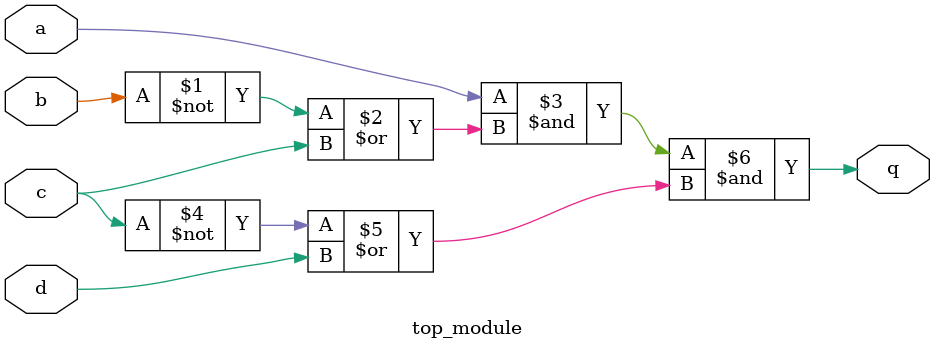
<source format=sv>
module top_module (
	input a, 
	input b, 
	input c, 
	input d,
	output q
);

	// Implement the combinational circuit
	assign q = a & (~b | c) & (~c | d);

endmodule

</source>
